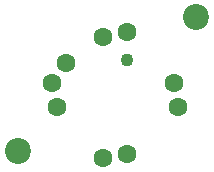
<source format=gbs>
%TF.GenerationSoftware,KiCad,Pcbnew,7.0.5*%
%TF.CreationDate,2023-06-18T14:42:25+02:00*%
%TF.ProjectId,RH_RKJXM1015004_FacePlateTilted,52485f52-4b4a-4584-9d31-303135303034,rev?*%
%TF.SameCoordinates,Original*%
%TF.FileFunction,Soldermask,Bot*%
%TF.FilePolarity,Negative*%
%FSLAX46Y46*%
G04 Gerber Fmt 4.6, Leading zero omitted, Abs format (unit mm)*
G04 Created by KiCad (PCBNEW 7.0.5) date 2023-06-18 14:42:25*
%MOMM*%
%LPD*%
G01*
G04 APERTURE LIST*
%ADD10C,1.100000*%
%ADD11C,1.600000*%
%ADD12C,2.200000*%
G04 APERTURE END LIST*
D10*
X53000000Y-54000000D03*
D11*
X47850000Y-54300000D03*
X46650000Y-56000000D03*
X51000000Y-62350000D03*
X57350000Y-58000000D03*
X53000000Y-51650000D03*
X53000000Y-61950000D03*
X56950000Y-56000000D03*
X51000000Y-52050000D03*
X47050000Y-58000000D03*
D12*
X43772759Y-61750000D03*
X58831000Y-50395700D03*
M02*

</source>
